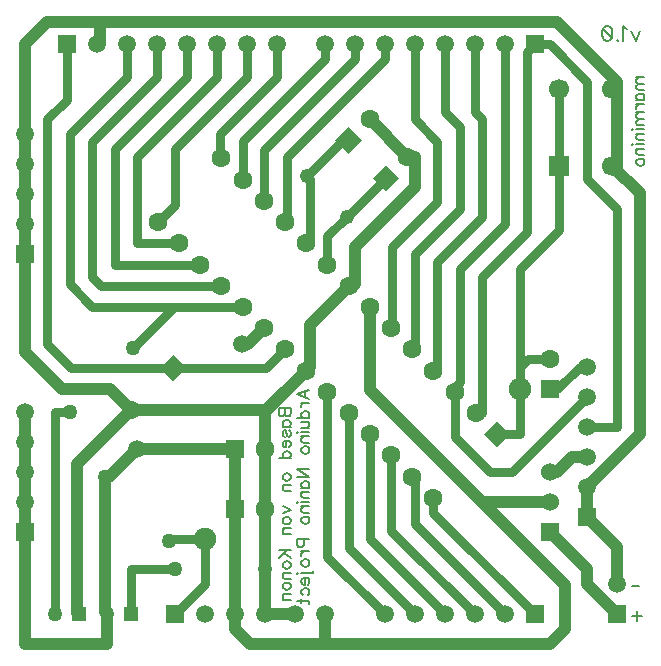
<source format=gbr>
G04 DipTrace 2.3.1.0*
%INBottomNaninoLVL1-Danielv6.gbr*%
%MOMM*%
%ADD12C,0.762*%
%ADD13C,1.0*%
%ADD14R,1.5X1.5*%
%ADD15C,1.5*%
%ADD16C,1.6*%
%ADD17R,1.6X1.6*%
%ADD18C,1.27*%
%ADD19R,1.27X1.27*%
%ADD20R,1.524X1.524*%
%ADD21C,1.524*%
%ADD22C,1.5*%
%ADD23C,1.27*%
%ADD25C,1.7*%
%ADD26C,1.219*%
%ADD27C,1.905*%
%ADD60C,0.196*%
%ADD61C,0.157*%
%FSLAX53Y53*%
G04*
G71*
G90*
G75*
G01*
%LNBottom*%
%LPD*%
X33949Y36234D2*
D12*
X32371Y34656D1*
X24496D1*
X15824D1*
X13810Y36670D1*
Y55720D1*
X15461Y57371D1*
Y62070D1*
X59530Y24605D2*
D13*
Y22065D1*
X34765Y13810D2*
X32225D1*
Y22700D1*
Y27780D1*
Y30918D1*
X35746Y34438D1*
X36035Y34728D1*
Y38320D1*
X39338Y41622D1*
X41115Y55720D2*
X44290Y52545D1*
X32225Y17620D2*
Y13810D1*
X35746Y34438D2*
X32371Y31064D1*
X20904D1*
X16350Y26510D1*
Y13945D1*
X16485Y13810D1*
X44290Y52545D2*
X44925D1*
Y50005D1*
X39845Y44925D1*
Y41750D1*
X39465D1*
X39338Y41622D1*
X61672Y51787D2*
X62070D1*
Y52422D1*
X61672Y58287D2*
X62070D1*
Y58895D1*
X56990Y63975D1*
X18255D1*
Y62070D1*
X18001Y62324D1*
Y62070D1*
X62070Y16350D2*
Y19525D1*
X59530Y22065D1*
Y24605D2*
X63975Y29050D1*
Y49484D1*
X61672Y51787D1*
X62070D2*
Y58287D1*
X11905Y44290D2*
Y36035D1*
X15080Y32860D1*
X19108D1*
X20904Y31064D1*
X11905Y54450D2*
Y51910D1*
Y49370D1*
Y46830D1*
Y44290D1*
Y54450D2*
Y62070D1*
X13810Y63975D1*
X18255D1*
X30357Y39826D2*
D12*
X17639D1*
X15715Y41750D1*
Y54450D1*
X20541Y59276D1*
Y62070D1*
X21103Y36343D2*
X24586Y39826D1*
X30357D1*
X39210Y47465D2*
X37542Y45797D1*
Y43418D1*
X39210Y47465D2*
X42494Y50749D1*
X35746Y45214D2*
X36035Y45504D1*
Y50640D1*
X35798Y50877D1*
X38844Y53924D1*
X39319D1*
X14445Y13810D2*
Y30955D1*
X15715D1*
X24605Y17620D2*
X20930D1*
Y13810D1*
X56355Y25875D2*
D13*
X56990D1*
X58260Y27145D1*
X59530D1*
Y34765D2*
D12*
X58895D1*
X56990Y32860D1*
X56355D1*
X46522Y34438D2*
X46830Y34746D1*
Y43655D1*
X50640Y47465D1*
Y55720D1*
X50005Y56355D1*
Y62070D1*
X44726Y36234D2*
X44925D1*
Y44290D1*
X48735Y48100D1*
Y55085D1*
X47465Y56355D1*
Y62070D1*
X42930Y38030D2*
X43020D1*
Y44925D1*
X46830Y48735D1*
Y53815D1*
X44925Y55720D1*
Y62070D1*
X33949Y47011D2*
X34130D1*
Y52545D1*
X42385Y60800D1*
Y62070D1*
X32153Y48807D2*
Y53108D1*
X39845Y60800D1*
Y62070D1*
X30357Y50603D2*
Y53852D1*
X37305Y60800D1*
Y62070D1*
X55085Y13810D2*
X46522Y22373D1*
Y23662D1*
X52545Y13810D2*
X44925Y21430D1*
Y25259D1*
X44726Y25458D1*
X50005Y13810D2*
X42930Y20885D1*
Y27254D1*
X47465Y13810D2*
X41134Y20141D1*
Y29050D1*
X44925Y13810D2*
X39338Y19397D1*
Y30846D1*
X42385Y13810D2*
X37542Y18653D1*
Y32642D1*
X28561Y52399D2*
X28415D1*
Y54450D1*
X33241Y59276D1*
Y62070D1*
X23173Y47011D2*
X24605Y48442D1*
Y53180D1*
X30701Y59276D1*
Y62070D1*
X24969Y45214D2*
X21430D1*
Y52545D1*
X28161Y59276D1*
Y62070D1*
X26765Y43418D2*
X19525D1*
Y53180D1*
X25621Y59276D1*
Y62070D1*
X28561Y41622D2*
X18383D1*
X17620Y42385D1*
Y53815D1*
X23081Y59276D1*
Y62070D1*
X56355Y20795D2*
D13*
X59530Y17620D1*
Y16350D1*
X62070Y13810D1*
X24605D2*
D12*
X27145Y16350D1*
Y20219D1*
X24337D1*
X24124Y20006D1*
X53815Y32860D2*
Y29050D1*
X51910D1*
X53815Y32860D2*
Y34708D1*
Y43020D1*
X57172Y46377D1*
Y58287D1*
X56355Y35400D2*
X54507D1*
X53815Y34708D1*
X57172Y58287D2*
Y51787D1*
X55085Y62070D2*
X56355D1*
X59530Y58895D1*
Y50640D1*
X62070Y48100D1*
Y29685D1*
X59530D1*
X50114Y30846D2*
X50640D1*
Y42385D1*
X54450Y46195D1*
Y61435D1*
X55085Y62070D1*
X48318Y32642D2*
Y33078D1*
X48735Y33495D1*
Y43020D1*
X52545Y46830D1*
Y62070D1*
X48318Y32642D2*
Y28832D1*
X51275Y25875D1*
X53180D1*
X59530Y32225D1*
X29685Y13810D2*
D13*
Y22700D1*
Y27780D1*
X18890Y13810D2*
X18736Y13964D1*
Y25394D1*
X29685Y27780D2*
X21430D1*
X19044Y25394D1*
X18736D1*
X29685Y13810D2*
Y12540D1*
X30955Y11270D1*
X37305D1*
X56355D1*
X57625Y12540D1*
Y16318D1*
X50608Y23335D1*
X41134Y32809D1*
Y39826D1*
X56355Y23335D2*
X50608D1*
X21430Y27780D2*
D3*
X30320Y36670D2*
X30793D1*
X32153Y38030D1*
X37305Y13810D2*
Y11270D1*
X11905Y30955D2*
Y28415D1*
Y25875D1*
Y23335D1*
Y20795D1*
Y11270D1*
X18890D1*
Y13810D1*
D27*
X53815Y32860D3*
X27145Y20219D3*
X53815Y32860D3*
D14*
X62070Y13810D3*
D15*
Y16350D3*
D16*
X44290Y52545D3*
G36*
X41363Y50749D2*
X42494Y51880D1*
X43625Y50749D1*
X42494Y49618D1*
X41363Y50749D1*
G37*
D16*
X41115Y55720D3*
G36*
X38188Y53924D2*
X39319Y55055D1*
X40450Y53924D1*
X39319Y52793D1*
X38188Y53924D1*
G37*
D16*
X32225Y22700D3*
D17*
X29685D3*
Y27780D3*
D16*
X32225D3*
X56355Y35400D3*
D17*
Y32860D3*
D16*
X20904Y31064D3*
G36*
X23365Y34656D2*
X24496Y35787D1*
X25627Y34656D1*
X24496Y33525D1*
X23365Y34656D1*
G37*
D18*
X18890Y13810D3*
D19*
X20930D3*
D18*
X14445D3*
D19*
X16485D3*
D14*
X15461Y62070D3*
D15*
X18001D3*
X20541D3*
X23081D3*
X25621D3*
X28161D3*
X30701D3*
X33241D3*
D14*
X55085D3*
D15*
X52545D3*
X50005D3*
X47465D3*
X44925D3*
X42385D3*
X39845D3*
X37305D3*
D14*
X24605Y13810D3*
D15*
X27145D3*
X29685D3*
X32225D3*
X34765D3*
X37305D3*
D14*
X55085D3*
D15*
X52545D3*
X50005D3*
X47465D3*
X44925D3*
X42385D3*
D14*
X59530Y22065D3*
D15*
Y24605D3*
Y27145D3*
Y29685D3*
Y32225D3*
Y34765D3*
D20*
X56355Y20795D3*
D21*
Y23335D3*
Y25875D3*
D22*
X21430Y27780D3*
X30320Y36670D3*
D18*
X32225Y17620D3*
D23*
X24605D3*
D18*
X15715Y30955D3*
D23*
X21103Y36343D3*
D18*
X18736Y25394D3*
D23*
X24124Y20006D3*
D25*
X57172Y58287D3*
X61672D3*
Y51787D3*
G36*
X58022Y50937D2*
Y52637D1*
X56322D1*
Y50937D1*
X58022D1*
G37*
G36*
X51910Y27919D2*
X50779Y29050D1*
X51910Y30181D1*
X53041Y29050D1*
X51910Y27919D1*
G37*
D16*
X50114Y30846D3*
X48318Y32642D3*
X46522Y34438D3*
X44726Y36234D3*
X42930Y38030D3*
X41134Y39826D3*
X39338Y41622D3*
X37542Y43418D3*
X35746Y45214D3*
X33949Y47011D3*
X32153Y48807D3*
X30357Y50603D3*
X28561Y52399D3*
X23173Y47011D3*
X24969Y45214D3*
X26765Y43418D3*
X28561Y41622D3*
X30357Y39826D3*
X32153Y38030D3*
X33949Y36234D3*
X35746Y34438D3*
X37542Y32642D3*
X39338Y30846D3*
X41134Y29050D3*
X42930Y27254D3*
X44726Y25458D3*
X46522Y23662D3*
D26*
X39210Y47465D3*
X35798Y50877D3*
D14*
X11905Y44290D3*
D15*
Y46830D3*
Y49370D3*
Y51910D3*
Y54450D3*
D14*
Y20795D3*
D15*
Y23335D3*
Y25875D3*
Y28415D3*
Y30955D3*
X63694Y59277D2*
D61*
X64374D1*
X63888D2*
X63742Y59131D1*
X63694Y59033D1*
Y58889D1*
X63742Y58791D1*
X63888Y58743D1*
X64374D1*
X63888D2*
X63742Y58597D1*
X63694Y58499D1*
Y58354D1*
X63742Y58256D1*
X63888Y58207D1*
X64374D1*
X63694Y57310D2*
X64374D1*
X63840D2*
X63742Y57407D1*
X63694Y57505D1*
Y57649D1*
X63742Y57747D1*
X63840Y57844D1*
X63986Y57893D1*
X64082D1*
X64228Y57844D1*
X64325Y57747D1*
X64374Y57649D1*
Y57505D1*
X64325Y57407D1*
X64228Y57310D1*
X63694Y56996D2*
X64374D1*
X63986D2*
X63840Y56947D1*
X63742Y56850D1*
X63694Y56753D1*
Y56607D1*
Y56293D2*
X64374D1*
X63888D2*
X63742Y56147D1*
X63694Y56049D1*
Y55904D1*
X63742Y55807D1*
X63888Y55758D1*
X64374D1*
X63888D2*
X63742Y55612D1*
X63694Y55515D1*
Y55370D1*
X63742Y55272D1*
X63888Y55223D1*
X64374D1*
X63353Y54909D2*
X63402Y54861D1*
X63353Y54811D1*
X63304Y54861D1*
X63353Y54909D1*
X63694Y54861D2*
X64374D1*
X63694Y54498D2*
X64374D1*
X63888D2*
X63742Y54352D1*
X63694Y54254D1*
Y54109D1*
X63742Y54011D1*
X63888Y53963D1*
X64374D1*
X63353Y53649D2*
X63402Y53601D1*
X63353Y53552D1*
X63304Y53601D1*
X63353Y53649D1*
X63694Y53601D2*
X64374D1*
X63694Y53238D2*
X64374D1*
X63888D2*
X63742Y53092D1*
X63694Y52994D1*
Y52849D1*
X63742Y52752D1*
X63888Y52703D1*
X64374D1*
X63694Y52147D2*
X63742Y52244D1*
X63840Y52341D1*
X63986Y52390D1*
X64082D1*
X64228Y52341D1*
X64325Y52244D1*
X64374Y52147D1*
Y52001D1*
X64325Y51903D1*
X64228Y51807D1*
X64082Y51757D1*
X63986D1*
X63840Y51807D1*
X63742Y51903D1*
X63694Y52001D1*
Y52147D1*
X64002Y63197D2*
D60*
X63637Y62347D1*
X63274Y63197D1*
X62881Y63378D2*
X62759Y63440D1*
X62577Y63621D1*
Y62347D1*
X62124Y62469D2*
X62185Y62407D1*
X62124Y62347D1*
X62062Y62407D1*
X62124Y62469D1*
X61305Y63621D2*
X61488Y63561D1*
X61610Y63378D1*
X61670Y63075D1*
Y62893D1*
X61610Y62589D1*
X61488Y62407D1*
X61305Y62347D1*
X61185D1*
X61002Y62407D1*
X60881Y62589D1*
X60820Y62893D1*
Y63075D1*
X60881Y63378D1*
X61002Y63561D1*
X61185Y63621D1*
X61305D1*
X60881Y63378D2*
X61610Y62589D1*
X63778Y14105D2*
D61*
Y13230D1*
X64215Y13667D2*
X63340D1*
X63902Y16208D2*
X63340D1*
X33428Y31257D2*
X34449D1*
Y30819D1*
X34400Y30673D1*
X34351Y30625D1*
X34255Y30576D1*
X34109D1*
X34011Y30625D1*
X33963Y30673D1*
X33914Y30819D1*
X33865Y30673D1*
X33817Y30625D1*
X33720Y30576D1*
X33622D1*
X33526Y30625D1*
X33476Y30673D1*
X33428Y30819D1*
Y31257D1*
X33914D2*
Y30819D1*
X33768Y29680D2*
X34449D1*
X33914D2*
X33817Y29776D1*
X33768Y29874D1*
Y30019D1*
X33817Y30117D1*
X33914Y30213D1*
X34060Y30263D1*
X34157D1*
X34303Y30213D1*
X34400Y30117D1*
X34449Y30019D1*
Y29874D1*
X34400Y29776D1*
X34303Y29680D1*
X33914Y28832D2*
X33817Y28880D1*
X33768Y29026D1*
Y29172D1*
X33817Y29318D1*
X33914Y29366D1*
X34011Y29318D1*
X34060Y29220D1*
X34109Y28978D1*
X34157Y28880D1*
X34255Y28832D1*
X34303D1*
X34400Y28880D1*
X34449Y29026D1*
Y29172D1*
X34400Y29318D1*
X34303Y29366D1*
X34060Y28518D2*
Y27935D1*
X33963D1*
X33865Y27983D1*
X33817Y28031D1*
X33768Y28129D1*
Y28275D1*
X33817Y28372D1*
X33914Y28469D1*
X34060Y28518D1*
X34157D1*
X34303Y28469D1*
X34400Y28372D1*
X34449Y28275D1*
Y28129D1*
X34400Y28031D1*
X34303Y27935D1*
X33428Y27038D2*
X34449D1*
X33914D2*
X33817Y27135D1*
X33768Y27233D1*
Y27379D1*
X33817Y27475D1*
X33914Y27573D1*
X34060Y27621D1*
X34157D1*
X34303Y27573D1*
X34400Y27475D1*
X34449Y27379D1*
Y27233D1*
X34400Y27135D1*
X34303Y27038D1*
X33768Y25494D2*
X33817Y25591D1*
X33914Y25689D1*
X34060Y25737D1*
X34157D1*
X34303Y25689D1*
X34400Y25591D1*
X34449Y25494D1*
Y25348D1*
X34400Y25251D1*
X34303Y25154D1*
X34157Y25105D1*
X34060D1*
X33914Y25154D1*
X33817Y25251D1*
X33768Y25348D1*
Y25494D1*
Y24791D2*
X34449D1*
X33963D2*
X33817Y24645D1*
X33768Y24547D1*
Y24402D1*
X33817Y24305D1*
X33963Y24256D1*
X34449D1*
X33768Y22955D2*
X34449Y22663D1*
X33768Y22372D1*
Y21816D2*
X33817Y21913D1*
X33914Y22010D1*
X34060Y22059D1*
X34157D1*
X34303Y22010D1*
X34400Y21913D1*
X34449Y21816D1*
Y21670D1*
X34400Y21572D1*
X34303Y21476D1*
X34157Y21426D1*
X34060D1*
X33914Y21476D1*
X33817Y21572D1*
X33768Y21670D1*
Y21816D1*
Y21112D2*
X34449D1*
X33963D2*
X33817Y20966D1*
X33768Y20869D1*
Y20724D1*
X33817Y20626D1*
X33963Y20578D1*
X34449D1*
X33428Y19277D2*
X34449D1*
X33428Y18596D2*
X34109Y19277D1*
X33865Y19034D2*
X34449Y18596D1*
X33768Y18040D2*
X33817Y18136D1*
X33914Y18234D1*
X34060Y18282D1*
X34157D1*
X34303Y18234D1*
X34400Y18136D1*
X34449Y18040D1*
Y17894D1*
X34400Y17796D1*
X34303Y17699D1*
X34157Y17650D1*
X34060D1*
X33914Y17699D1*
X33817Y17796D1*
X33768Y17894D1*
Y18040D1*
Y17336D2*
X34449D1*
X33963D2*
X33817Y17190D1*
X33768Y17093D1*
Y16948D1*
X33817Y16850D1*
X33963Y16802D1*
X34449D1*
X33768Y16245D2*
X33817Y16342D1*
X33914Y16440D1*
X34060Y16488D1*
X34157D1*
X34303Y16440D1*
X34400Y16342D1*
X34449Y16245D1*
Y16099D1*
X34400Y16002D1*
X34303Y15905D1*
X34157Y15856D1*
X34060D1*
X33914Y15905D1*
X33817Y16002D1*
X33768Y16099D1*
Y16245D1*
Y15542D2*
X34449D1*
X33963D2*
X33817Y15396D1*
X33768Y15298D1*
Y15153D1*
X33817Y15056D1*
X33963Y15007D1*
X34449D1*
X36009Y32038D2*
X34988Y32428D1*
X36009Y32817D1*
X35668Y32671D2*
Y32184D1*
X35328Y31724D2*
X36009D1*
X35620D2*
X35474Y31675D1*
X35376Y31578D1*
X35328Y31481D1*
Y31335D1*
X34988Y30438D2*
X36009D1*
X35474D2*
X35376Y30535D1*
X35328Y30632D1*
Y30778D1*
X35376Y30875D1*
X35474Y30973D1*
X35620Y31021D1*
X35717D1*
X35863Y30973D1*
X35959Y30875D1*
X36009Y30778D1*
Y30632D1*
X35959Y30535D1*
X35863Y30438D1*
X35328Y30124D2*
X35814D1*
X35959Y30076D1*
X36009Y29978D1*
Y29832D1*
X35959Y29736D1*
X35814Y29590D1*
X35328D2*
X36009D1*
X34988Y29276D2*
X35036Y29228D1*
X34988Y29178D1*
X34938Y29228D1*
X34988Y29276D1*
X35328Y29228D2*
X36009D1*
X35328Y28865D2*
X36009D1*
X35522D2*
X35376Y28719D1*
X35328Y28621D1*
Y28476D1*
X35376Y28378D1*
X35522Y28330D1*
X36009D1*
X35328Y27774D2*
X35376Y27870D1*
X35474Y27968D1*
X35620Y28016D1*
X35717D1*
X35863Y27968D1*
X35959Y27870D1*
X36009Y27774D1*
Y27628D1*
X35959Y27530D1*
X35863Y27434D1*
X35717Y27384D1*
X35620D1*
X35474Y27434D1*
X35376Y27530D1*
X35328Y27628D1*
Y27774D1*
X34988Y25402D2*
X36009D1*
X34988Y26083D1*
X36009D1*
X35328Y24506D2*
X36009D1*
X35474D2*
X35376Y24602D1*
X35328Y24700D1*
Y24845D1*
X35376Y24943D1*
X35474Y25039D1*
X35620Y25089D1*
X35717D1*
X35863Y25039D1*
X35959Y24943D1*
X36009Y24845D1*
Y24700D1*
X35959Y24602D1*
X35863Y24506D1*
X35328Y24192D2*
X36009D1*
X35522D2*
X35376Y24046D1*
X35328Y23948D1*
Y23803D1*
X35376Y23706D1*
X35522Y23657D1*
X36009D1*
X34988Y23344D2*
X35036Y23295D1*
X34988Y23246D1*
X34938Y23295D1*
X34988Y23344D1*
X35328Y23295D2*
X36009D1*
X35328Y22932D2*
X36009D1*
X35522D2*
X35376Y22786D1*
X35328Y22688D1*
Y22544D1*
X35376Y22446D1*
X35522Y22398D1*
X36009D1*
X35328Y21841D2*
X35376Y21938D1*
X35474Y22036D1*
X35620Y22084D1*
X35717D1*
X35863Y22036D1*
X35959Y21938D1*
X36009Y21841D1*
Y21695D1*
X35959Y21598D1*
X35863Y21501D1*
X35717Y21452D1*
X35620D1*
X35474Y21501D1*
X35376Y21598D1*
X35328Y21695D1*
Y21841D1*
X35522Y20150D2*
Y19712D1*
X35474Y19567D1*
X35425Y19518D1*
X35328Y19470D1*
X35182D1*
X35085Y19518D1*
X35036Y19567D1*
X34988Y19712D1*
Y20150D1*
X36009D1*
X35328Y19156D2*
X36009D1*
X35620D2*
X35474Y19107D1*
X35376Y19010D1*
X35328Y18912D1*
Y18766D1*
Y18210D2*
X35376Y18307D1*
X35474Y18404D1*
X35620Y18453D1*
X35717D1*
X35863Y18404D1*
X35959Y18307D1*
X36009Y18210D1*
Y18064D1*
X35959Y17966D1*
X35863Y17870D1*
X35717Y17820D1*
X35620D1*
X35474Y17870D1*
X35376Y17966D1*
X35328Y18064D1*
Y18210D1*
X34987Y17312D2*
X35035Y17263D1*
X34987Y17214D1*
X34938Y17263D1*
X34987Y17312D1*
X35327Y17263D2*
X36153D1*
X36299Y17312D1*
X36348Y17409D1*
Y17506D1*
X35620Y16901D2*
Y16318D1*
X35522D1*
X35425Y16366D1*
X35376Y16414D1*
X35328Y16512D1*
Y16658D1*
X35376Y16755D1*
X35474Y16852D1*
X35620Y16901D1*
X35717D1*
X35863Y16852D1*
X35959Y16755D1*
X36009Y16658D1*
Y16512D1*
X35959Y16414D1*
X35863Y16318D1*
X35474Y15420D2*
X35376Y15518D1*
X35328Y15616D1*
Y15760D1*
X35376Y15858D1*
X35474Y15955D1*
X35620Y16004D1*
X35717D1*
X35863Y15955D1*
X35959Y15858D1*
X36009Y15760D1*
Y15616D1*
X35959Y15518D1*
X35863Y15420D1*
X34988Y14960D2*
X35814D1*
X35959Y14912D1*
X36009Y14814D1*
Y14718D1*
X35328Y15106D2*
Y14766D1*
M02*

</source>
